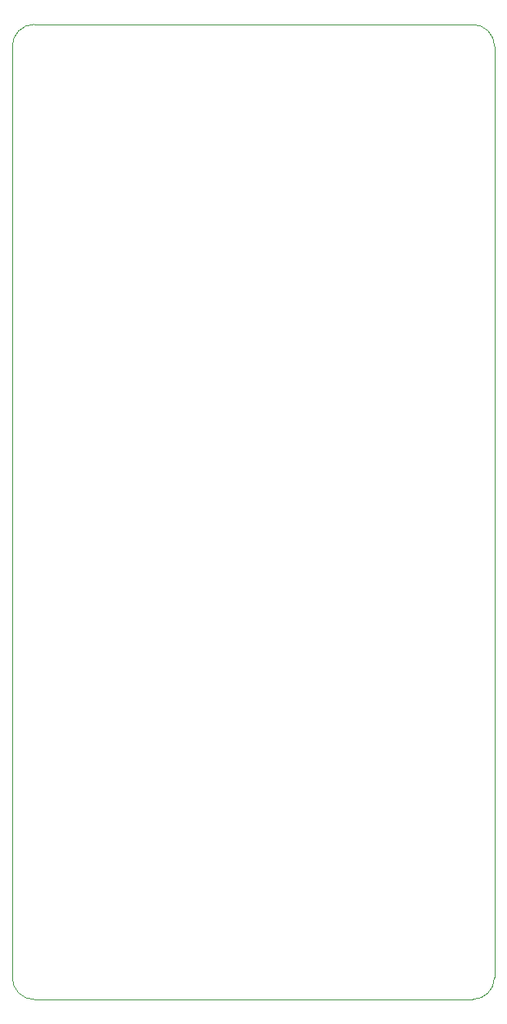
<source format=gbr>
%TF.GenerationSoftware,KiCad,Pcbnew,(6.0.0)*%
%TF.CreationDate,2022-01-01T23:53:50+00:00*%
%TF.ProjectId,main_distro,6d61696e-5f64-4697-9374-726f2e6b6963,rev?*%
%TF.SameCoordinates,Original*%
%TF.FileFunction,Profile,NP*%
%FSLAX46Y46*%
G04 Gerber Fmt 4.6, Leading zero omitted, Abs format (unit mm)*
G04 Created by KiCad (PCBNEW (6.0.0)) date 2022-01-01 23:53:50*
%MOMM*%
%LPD*%
G01*
G04 APERTURE LIST*
%TA.AperFunction,Profile*%
%ADD10C,0.050000*%
%TD*%
G04 APERTURE END LIST*
D10*
X69000000Y-60250000D02*
X69000000Y-156750000D01*
X116750000Y-58000000D02*
X71250000Y-58000000D01*
X119000000Y-156750000D02*
X119000000Y-60250000D01*
X71250000Y-159000000D02*
X116750000Y-159000000D01*
X116750000Y-159000000D02*
G75*
G03*
X119000000Y-156750000I0J2250000D01*
G01*
X69000000Y-156750000D02*
G75*
G03*
X71250000Y-159000000I2250000J0D01*
G01*
X71250000Y-58000000D02*
G75*
G03*
X69000000Y-60250000I0J-2250000D01*
G01*
X119000000Y-60250000D02*
G75*
G03*
X116750000Y-58000000I-2250000J0D01*
G01*
M02*

</source>
